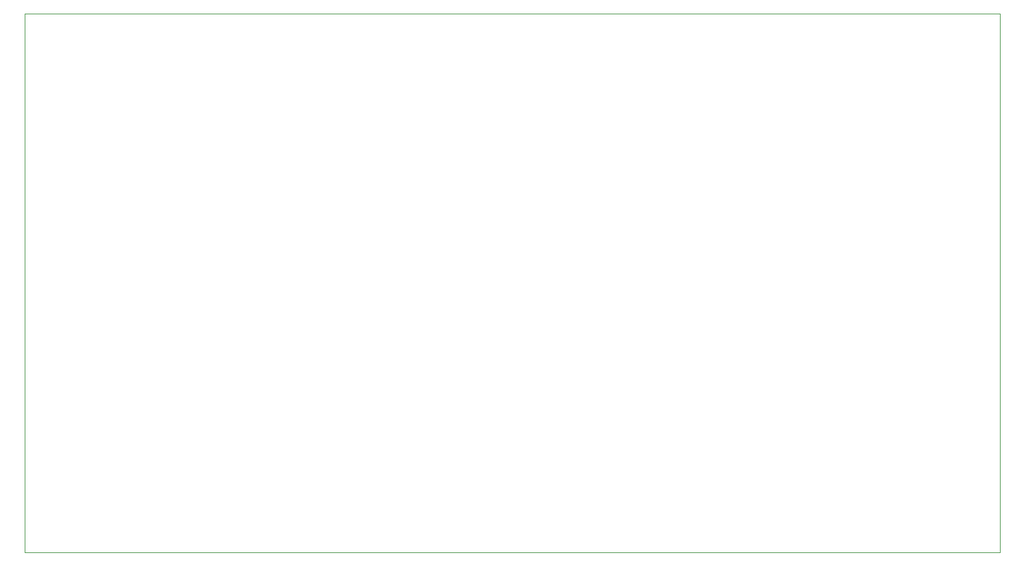
<source format=gbr>
%TF.GenerationSoftware,KiCad,Pcbnew,9.0.7*%
%TF.CreationDate,2026-02-06T13:42:45-05:00*%
%TF.ProjectId,ESP_Breakout,4553505f-4272-4656-916b-6f75742e6b69,rev?*%
%TF.SameCoordinates,Original*%
%TF.FileFunction,Profile,NP*%
%FSLAX46Y46*%
G04 Gerber Fmt 4.6, Leading zero omitted, Abs format (unit mm)*
G04 Created by KiCad (PCBNEW 9.0.7) date 2026-02-06 13:42:45*
%MOMM*%
%LPD*%
G01*
G04 APERTURE LIST*
%TA.AperFunction,Profile*%
%ADD10C,0.050000*%
%TD*%
G04 APERTURE END LIST*
D10*
X93175000Y-46000000D02*
X220175000Y-46000000D01*
X220175000Y-116200000D01*
X93175000Y-116200000D01*
X93175000Y-46000000D01*
M02*

</source>
